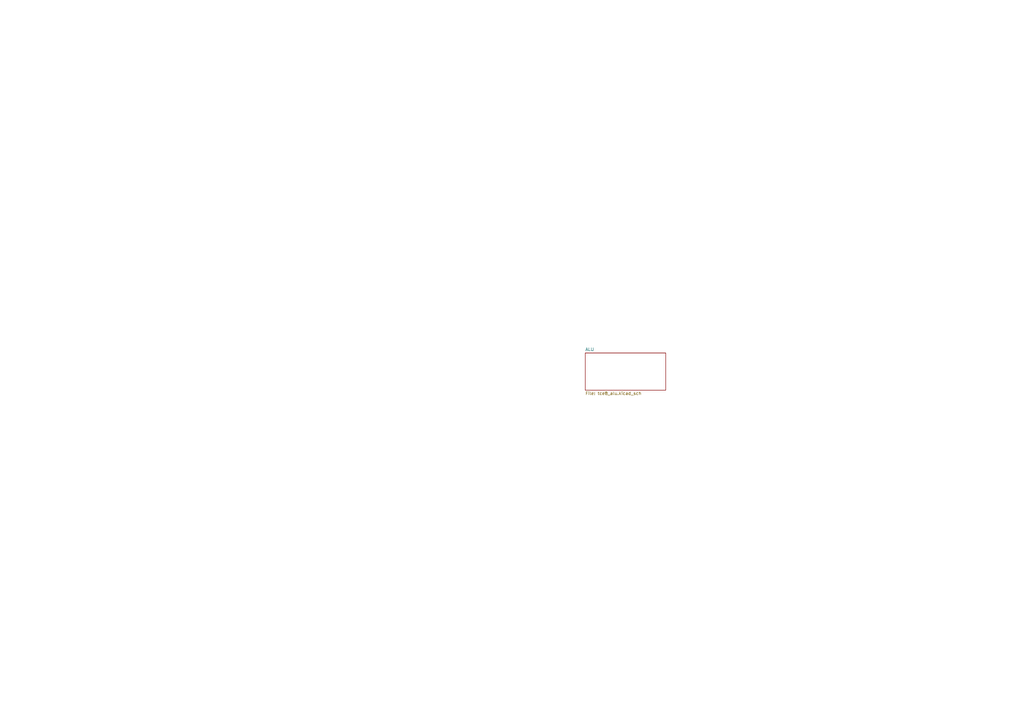
<source format=kicad_sch>
(kicad_sch
	(version 20231120)
	(generator "eeschema")
	(generator_version "8.0")
	(uuid "4427215b-9141-4931-a952-3604be8cf802")
	(paper "A3")
	(title_block
		(title "TCE")
		(date "2024-07-16")
		(rev "0.0")
		(company "Trivial Computing")
	)
	(lib_symbols)
	(bus_alias "ADDR"
		(members)
	)
	(bus_alias "DATA"
		(members)
	)
	(sheet
		(at 240.03 144.78)
		(size 33.02 15.24)
		(fields_autoplaced yes)
		(stroke
			(width 0.1524)
			(type solid)
		)
		(fill
			(color 0 0 0 0.0000)
		)
		(uuid "fe6cc010-65b4-4355-bc8f-1a7c5dd9b9dd")
		(property "Sheetname" "ALU"
			(at 240.03 144.0684 0)
			(effects
				(font
					(size 1.27 1.27)
				)
				(justify left bottom)
			)
		)
		(property "Sheetfile" "tce8_alu.kicad_sch"
			(at 240.03 160.6046 0)
			(effects
				(font
					(size 1.27 1.27)
				)
				(justify left top)
			)
		)
		(instances
			(project "tce8"
				(path "/4427215b-9141-4931-a952-3604be8cf802"
					(page "2")
				)
			)
		)
	)
	(sheet_instances
		(path "/"
			(page "1")
		)
	)
)

</source>
